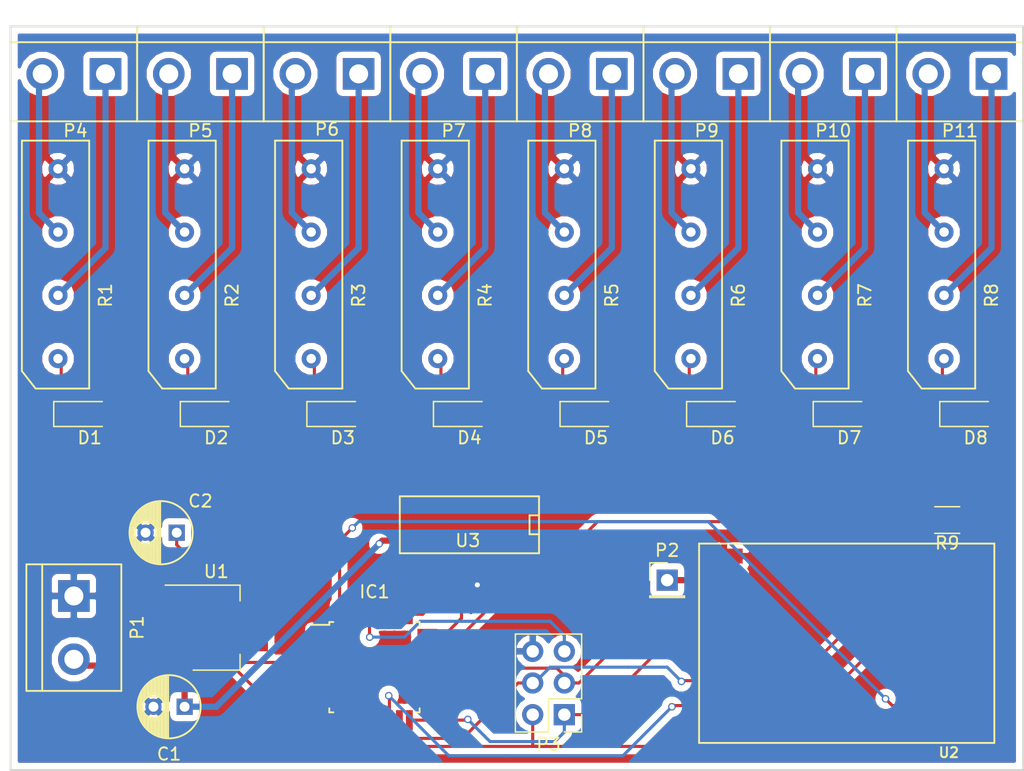
<source format=kicad_pcb>
(kicad_pcb (version 20170123) (host pcbnew no-vcs-found-7560~57~ubuntu16.04.1)
  (layers (0 F.Cu signal) (31 B.Cu signal) (34 B.Paste user) (35 F.Paste user) (36 B.SilkS user) (37 F.SilkS user) (38 B.Mask user) (39 F.Mask user) (44 Edge.Cuts user))
  (net 0 "")
  (net 1 "Net-(IC1-Pad1)")
  (net 2 "Net-(IC1-Pad2)")
  (net 3 GND)
  (net 4 /3V3)
  (net 5 "Net-(IC1-Pad7)")
  (net 6 "Net-(IC1-Pad8)")
  (net 7 "Net-(IC1-Pad9)")
  (net 8 "Net-(IC1-Pad10)")
  (net 9 "Net-(IC1-Pad11)")
  (net 10 "Net-(IC1-Pad12)")
  (net 11 "Net-(IC1-Pad13)")
  (net 12 /CS)
  (net 13 /MOSI)
  (net 14 /MISO)
  (net 15 /SCK)
  (net 16 "Net-(IC1-Pad18)")
  (net 17 "Net-(IC1-Pad19)")
  (net 18 "Net-(IC1-Pad20)")
  (net 19 "Net-(IC1-Pad22)")
  (net 20 /SRCLK)
  (net 21 /RCLK)
  (net 22 /SER)
  (net 23 "Net-(IC1-Pad26)")
  (net 24 "Net-(IC1-Pad27)")
  (net 25 "Net-(IC1-Pad28)")
  (net 26 /RESET)
  (net 27 "Net-(IC1-Pad30)")
  (net 28 "Net-(IC1-Pad31)")
  (net 29 /IRQ)
  (net 30 VCC)
  (net 31 "Net-(P2-Pad1)")
  (net 32 "Net-(P4-Pad1)")
  (net 33 "Net-(P4-Pad2)")
  (net 34 "Net-(P5-Pad1)")
  (net 35 "Net-(P5-Pad2)")
  (net 36 "Net-(P6-Pad1)")
  (net 37 "Net-(P6-Pad2)")
  (net 38 "Net-(P7-Pad1)")
  (net 39 "Net-(P7-Pad2)")
  (net 40 "Net-(P8-Pad1)")
  (net 41 "Net-(P8-Pad2)")
  (net 42 "Net-(P9-Pad1)")
  (net 43 "Net-(P9-Pad2)")
  (net 44 "Net-(P10-Pad1)")
  (net 45 "Net-(P10-Pad2)")
  (net 46 "Net-(P11-Pad1)")
  (net 47 "Net-(P11-Pad2)")
  (net 48 /S0)
  (net 49 /S1)
  (net 50 /S2)
  (net 51 /S3)
  (net 52 /S4)
  (net 53 /S5)
  (net 54 /S6)
  (net 55 /S7)
  (net 56 "Net-(U2-Pad1)")
  (net 57 "Net-(U2-Pad3)")
  (net 58 "Net-(U2-Pad4)")
  (net 59 "Net-(U2-Pad5)")
  (net 60 "Net-(U2-Pad6)")
  (net 61 "Net-(U2-Pad7)")
  (net 62 "Net-(U2-Pad16)")
  (net 63 "Net-(U3-Pad9)")
  (module Housings_QFP:TQFP-32_7x7mm_Pitch0.8mm (layer F.Cu) (at 167.64 117.475)
    (fp_text reference IC1 (at 0 -6.05) (layer F.SilkS))
    (fp_text value ATMEGA328-A)
    (pad 1 smd rect (at -4.25 -2.8) (size 1.6 0.55) (layers F.Cu F.Paste F.Mask) (net 1 "Net-(IC1-Pad1)"))
    (pad 2 smd rect (at -4.25 -2) (size 1.6 0.55) (layers F.Cu F.Paste F.Mask) (net 2 "Net-(IC1-Pad2)"))
    (pad 3 smd rect (at -4.25 -1.2) (size 1.6 0.55) (layers F.Cu F.Paste F.Mask) (net 3 GND))
    (pad 4 smd rect (at -4.25 -0.4) (size 1.6 0.55) (layers F.Cu F.Paste F.Mask) (net 4 /3V3))
    (pad 5 smd rect (at -4.25 0.4) (size 1.6 0.55) (layers F.Cu F.Paste F.Mask) (net 3 GND))
    (pad 6 smd rect (at -4.25 1.2) (size 1.6 0.55) (layers F.Cu F.Paste F.Mask) (net 4 /3V3))
    (pad 7 smd rect (at -4.25 2) (size 1.6 0.55) (layers F.Cu F.Paste F.Mask) (net 5 "Net-(IC1-Pad7)"))
    (pad 8 smd rect (at -4.25 2.8) (size 1.6 0.55) (layers F.Cu F.Paste F.Mask) (net 6 "Net-(IC1-Pad8)"))
    (pad 9 smd rect (at -2.8 4.25 90) (size 1.6 0.55) (layers F.Cu F.Paste F.Mask) (net 7 "Net-(IC1-Pad9)"))
    (pad 10 smd rect (at -2 4.25 90) (size 1.6 0.55) (layers F.Cu F.Paste F.Mask) (net 8 "Net-(IC1-Pad10)"))
    (pad 11 smd rect (at -1.2 4.25 90) (size 1.6 0.55) (layers F.Cu F.Paste F.Mask) (net 9 "Net-(IC1-Pad11)"))
    (pad 12 smd rect (at -0.4 4.25 90) (size 1.6 0.55) (layers F.Cu F.Paste F.Mask) (net 10 "Net-(IC1-Pad12)"))
    (pad 13 smd rect (at 0.4 4.25 90) (size 1.6 0.55) (layers F.Cu F.Paste F.Mask) (net 11 "Net-(IC1-Pad13)"))
    (pad 14 smd rect (at 1.2 4.25 90) (size 1.6 0.55) (layers F.Cu F.Paste F.Mask) (net 12 /CS))
    (pad 15 smd rect (at 2 4.25 90) (size 1.6 0.55) (layers F.Cu F.Paste F.Mask) (net 13 /MOSI))
    (pad 16 smd rect (at 2.8 4.25 90) (size 1.6 0.55) (layers F.Cu F.Paste F.Mask) (net 14 /MISO))
    (pad 17 smd rect (at 4.25 2.8) (size 1.6 0.55) (layers F.Cu F.Paste F.Mask) (net 15 /SCK))
    (pad 18 smd rect (at 4.25 2) (size 1.6 0.55) (layers F.Cu F.Paste F.Mask) (net 16 "Net-(IC1-Pad18)"))
    (pad 19 smd rect (at 4.25 1.2) (size 1.6 0.55) (layers F.Cu F.Paste F.Mask) (net 17 "Net-(IC1-Pad19)"))
    (pad 20 smd rect (at 4.25 0.4) (size 1.6 0.55) (layers F.Cu F.Paste F.Mask) (net 18 "Net-(IC1-Pad20)"))
    (pad 21 smd rect (at 4.25 -0.4) (size 1.6 0.55) (layers F.Cu F.Paste F.Mask) (net 3 GND))
    (pad 22 smd rect (at 4.25 -1.2) (size 1.6 0.55) (layers F.Cu F.Paste F.Mask) (net 19 "Net-(IC1-Pad22)"))
    (pad 23 smd rect (at 4.25 -2) (size 1.6 0.55) (layers F.Cu F.Paste F.Mask) (net 22 /SER))
    (pad 24 smd rect (at 4.25 -2.8) (size 1.6 0.55) (layers F.Cu F.Paste F.Mask) (net 21 /RCLK))
    (pad 25 smd rect (at 2.8 -4.25 90) (size 1.6 0.55) (layers F.Cu F.Paste F.Mask) (net 20 /SRCLK))
    (pad 26 smd rect (at 2 -4.25 90) (size 1.6 0.55) (layers F.Cu F.Paste F.Mask) (net 23 "Net-(IC1-Pad26)"))
    (pad 27 smd rect (at 1.2 -4.25 90) (size 1.6 0.55) (layers F.Cu F.Paste F.Mask) (net 24 "Net-(IC1-Pad27)"))
    (pad 28 smd rect (at 0.4 -4.25 90) (size 1.6 0.55) (layers F.Cu F.Paste F.Mask) (net 25 "Net-(IC1-Pad28)"))
    (pad 29 smd rect (at -0.4 -4.25 90) (size 1.6 0.55) (layers F.Cu F.Paste F.Mask) (net 26 /RESET))
    (pad 30 smd rect (at -1.2 -4.25 90) (size 1.6 0.55) (layers F.Cu F.Paste F.Mask) (net 27 "Net-(IC1-Pad30)"))
    (pad 31 smd rect (at -2 -4.25 90) (size 1.6 0.55) (layers F.Cu F.Paste F.Mask) (net 28 "Net-(IC1-Pad31)"))
    (pad 32 smd rect (at -2.8 -4.25 90) (size 1.6 0.55) (layers F.Cu F.Paste F.Mask) (net 29 /IRQ))
  )
  (module Connectors:bornier2 (layer F.Cu) (at 143.51 114.3 270)
    (fp_text reference P1 (at 0 -5.08 270) (layer F.SilkS))
    (fp_text value 5VIN)
    (pad 1 thru_hole rect (at -2.54 0 270) (size 2.54 2.54) (drill 1.524) (layers *.Cu *.Mask) (net 3 GND))
    (pad 2 thru_hole circle (at 2.54 0 270) (size 2.54 2.54) (drill 1.524) (layers *.Cu *.Mask) (net 30 VCC))
  )
  (module Pin_Headers:Pin_Header_Straight_1x01_Pitch2.54mm (layer F.Cu) (at 191.135 110.49)
    (fp_text reference P2 (at 0 -2.39) (layer F.SilkS))
    (fp_text value ANT)
    (pad 1 thru_hole rect (at 0 0) (size 1.7 1.7) (drill 1) (layers *.Cu *.Mask) (net 31 "Net-(P2-Pad1)"))
  )
  (module Pin_Headers:Pin_Header_Straight_2x03_Pitch2.54mm (layer F.Cu) (at 182.88 121.285 180)
    (fp_text reference P3 (at 1.27 -2.39 180) (layer F.SilkS))
    (fp_text value CONN_02X03)
    (pad 1 thru_hole rect (at 0 0 180) (size 1.7 1.7) (drill 1) (layers *.Cu *.Mask) (net 14 /MISO))
    (pad 2 thru_hole oval (at 2.54 0 180) (size 1.7 1.7) (drill 1) (layers *.Cu *.Mask) (net 4 /3V3))
    (pad 3 thru_hole oval (at 0 2.54 180) (size 1.7 1.7) (drill 1) (layers *.Cu *.Mask) (net 15 /SCK))
    (pad 4 thru_hole oval (at 2.54 2.54 180) (size 1.7 1.7) (drill 1) (layers *.Cu *.Mask) (net 13 /MOSI))
    (pad 5 thru_hole oval (at 0 5.08 180) (size 1.7 1.7) (drill 1) (layers *.Cu *.Mask) (net 26 /RESET))
    (pad 6 thru_hole oval (at 2.54 5.08 180) (size 1.7 1.7) (drill 1) (layers *.Cu *.Mask) (net 3 GND))
  )
  (module Connectors:bornier2 (layer F.Cu) (at 143.51 69.85 180)
    (fp_text reference P4 (at -0.127 -4.572 180) (layer F.SilkS))
    (fp_text value CONN_01X02)
    (pad 1 thru_hole rect (at -2.54 0 180) (size 2.54 2.54) (drill 1.524) (layers *.Cu *.Mask) (net 32 "Net-(P4-Pad1)"))
    (pad 2 thru_hole circle (at 2.54 0 180) (size 2.54 2.54) (drill 1.524) (layers *.Cu *.Mask) (net 33 "Net-(P4-Pad2)"))
  )
  (module Connectors:bornier2 (layer F.Cu) (at 153.67 69.85 180)
    (fp_text reference P5 (at 0 -4.572 180) (layer F.SilkS))
    (fp_text value CONN_01X02)
    (pad 1 thru_hole rect (at -2.54 0 180) (size 2.54 2.54) (drill 1.524) (layers *.Cu *.Mask) (net 34 "Net-(P5-Pad1)"))
    (pad 2 thru_hole circle (at 2.54 0 180) (size 2.54 2.54) (drill 1.524) (layers *.Cu *.Mask) (net 35 "Net-(P5-Pad2)"))
  )
  (module Connectors:bornier2 (layer F.Cu) (at 163.83 69.85 180)
    (fp_text reference P6 (at 0 -4.445 180) (layer F.SilkS))
    (fp_text value CONN_01X02)
    (pad 1 thru_hole rect (at -2.54 0 180) (size 2.54 2.54) (drill 1.524) (layers *.Cu *.Mask) (net 36 "Net-(P6-Pad1)"))
    (pad 2 thru_hole circle (at 2.54 0 180) (size 2.54 2.54) (drill 1.524) (layers *.Cu *.Mask) (net 37 "Net-(P6-Pad2)"))
  )
  (module Connectors:bornier2 (layer F.Cu) (at 173.99 69.85 180)
    (fp_text reference P7 (at 0 -4.572 180) (layer F.SilkS))
    (fp_text value CONN_01X02)
    (pad 1 thru_hole rect (at -2.54 0 180) (size 2.54 2.54) (drill 1.524) (layers *.Cu *.Mask) (net 38 "Net-(P7-Pad1)"))
    (pad 2 thru_hole circle (at 2.54 0 180) (size 2.54 2.54) (drill 1.524) (layers *.Cu *.Mask) (net 39 "Net-(P7-Pad2)"))
  )
  (module Connectors:bornier2 (layer F.Cu) (at 184.15 69.85 180)
    (fp_text reference P8 (at 0 -4.572 180) (layer F.SilkS))
    (fp_text value CONN_01X02)
    (pad 1 thru_hole rect (at -2.54 0 180) (size 2.54 2.54) (drill 1.524) (layers *.Cu *.Mask) (net 40 "Net-(P8-Pad1)"))
    (pad 2 thru_hole circle (at 2.54 0 180) (size 2.54 2.54) (drill 1.524) (layers *.Cu *.Mask) (net 41 "Net-(P8-Pad2)"))
  )
  (module Connectors:bornier2 (layer F.Cu) (at 194.31 69.85 180)
    (fp_text reference P9 (at 0 -4.572 180) (layer F.SilkS))
    (fp_text value CONN_01X02)
    (pad 1 thru_hole rect (at -2.54 0 180) (size 2.54 2.54) (drill 1.524) (layers *.Cu *.Mask) (net 42 "Net-(P9-Pad1)"))
    (pad 2 thru_hole circle (at 2.54 0 180) (size 2.54 2.54) (drill 1.524) (layers *.Cu *.Mask) (net 43 "Net-(P9-Pad2)"))
  )
  (module Connectors:bornier2 (layer F.Cu) (at 204.47 69.85 180)
    (fp_text reference P10 (at 0 -4.572 180) (layer F.SilkS))
    (fp_text value CONN_01X02)
    (pad 1 thru_hole rect (at -2.54 0 180) (size 2.54 2.54) (drill 1.524) (layers *.Cu *.Mask) (net 44 "Net-(P10-Pad1)"))
    (pad 2 thru_hole circle (at 2.54 0 180) (size 2.54 2.54) (drill 1.524) (layers *.Cu *.Mask) (net 45 "Net-(P10-Pad2)"))
  )
  (module Connectors:bornier2 (layer F.Cu) (at 214.63 69.85 180)
    (fp_text reference P11 (at 0 -4.572 180) (layer F.SilkS))
    (fp_text value CONN_01X02)
    (pad 1 thru_hole rect (at -2.54 0 180) (size 2.54 2.54) (drill 1.524) (layers *.Cu *.Mask) (net 46 "Net-(P11-Pad1)"))
    (pad 2 thru_hole circle (at 2.54 0 180) (size 2.54 2.54) (drill 1.524) (layers *.Cu *.Mask) (net 47 "Net-(P11-Pad2)"))
  )
  (module MyLibrary:SIP4_5.08 (layer F.Cu) (at 142.24 92.71 90)
    (fp_text reference R1 (at 5.08 3.81 90) (layer F.SilkS))
    (fp_text value RELAY_SIP-1A05)
    (pad 1 thru_hole circle (at 0 0 90) (size 1.524 1.524) (drill 0.762) (layers *.Cu *.Mask) (net 48 /S0))
    (pad 2 thru_hole circle (at 5.08 0 90) (size 1.524 1.524) (drill 0.762) (layers *.Cu *.Mask) (net 32 "Net-(P4-Pad1)"))
    (pad 3 thru_hole circle (at 10.16 0 90) (size 1.524 1.524) (drill 0.762) (layers *.Cu *.Mask) (net 33 "Net-(P4-Pad2)"))
    (pad 4 thru_hole circle (at 15.24 0 90) (size 1.524 1.524) (drill 0.762) (layers *.Cu *.Mask) (net 3 GND))
  )
  (module MyLibrary:SIP4_5.08 (layer F.Cu) (at 152.4 92.71 90)
    (fp_text reference R2 (at 5.08 3.81 90) (layer F.SilkS))
    (fp_text value RELAY_SIP-1A05)
    (pad 1 thru_hole circle (at 0 0 90) (size 1.524 1.524) (drill 0.762) (layers *.Cu *.Mask) (net 49 /S1))
    (pad 2 thru_hole circle (at 5.08 0 90) (size 1.524 1.524) (drill 0.762) (layers *.Cu *.Mask) (net 34 "Net-(P5-Pad1)"))
    (pad 3 thru_hole circle (at 10.16 0 90) (size 1.524 1.524) (drill 0.762) (layers *.Cu *.Mask) (net 35 "Net-(P5-Pad2)"))
    (pad 4 thru_hole circle (at 15.24 0 90) (size 1.524 1.524) (drill 0.762) (layers *.Cu *.Mask) (net 3 GND))
  )
  (module MyLibrary:SIP4_5.08 (layer F.Cu) (at 162.56 92.71 90)
    (fp_text reference R3 (at 5.08 3.81 90) (layer F.SilkS))
    (fp_text value RELAY_SIP-1A05)
    (pad 1 thru_hole circle (at 0 0 90) (size 1.524 1.524) (drill 0.762) (layers *.Cu *.Mask) (net 50 /S2))
    (pad 2 thru_hole circle (at 5.08 0 90) (size 1.524 1.524) (drill 0.762) (layers *.Cu *.Mask) (net 36 "Net-(P6-Pad1)"))
    (pad 3 thru_hole circle (at 10.16 0 90) (size 1.524 1.524) (drill 0.762) (layers *.Cu *.Mask) (net 37 "Net-(P6-Pad2)"))
    (pad 4 thru_hole circle (at 15.24 0 90) (size 1.524 1.524) (drill 0.762) (layers *.Cu *.Mask) (net 3 GND))
  )
  (module MyLibrary:SIP4_5.08 (layer F.Cu) (at 172.72 92.71 90)
    (fp_text reference R4 (at 5.08 3.81 90) (layer F.SilkS))
    (fp_text value RELAY_SIP-1A05)
    (pad 1 thru_hole circle (at 0 0 90) (size 1.524 1.524) (drill 0.762) (layers *.Cu *.Mask) (net 51 /S3))
    (pad 2 thru_hole circle (at 5.08 0 90) (size 1.524 1.524) (drill 0.762) (layers *.Cu *.Mask) (net 38 "Net-(P7-Pad1)"))
    (pad 3 thru_hole circle (at 10.16 0 90) (size 1.524 1.524) (drill 0.762) (layers *.Cu *.Mask) (net 39 "Net-(P7-Pad2)"))
    (pad 4 thru_hole circle (at 15.24 0 90) (size 1.524 1.524) (drill 0.762) (layers *.Cu *.Mask) (net 3 GND))
  )
  (module MyLibrary:SIP4_5.08 (layer F.Cu) (at 182.88 92.71 90)
    (fp_text reference R5 (at 5.08 3.81 90) (layer F.SilkS))
    (fp_text value RELAY_SIP-1A05)
    (pad 1 thru_hole circle (at 0 0 90) (size 1.524 1.524) (drill 0.762) (layers *.Cu *.Mask) (net 52 /S4))
    (pad 2 thru_hole circle (at 5.08 0 90) (size 1.524 1.524) (drill 0.762) (layers *.Cu *.Mask) (net 40 "Net-(P8-Pad1)"))
    (pad 3 thru_hole circle (at 10.16 0 90) (size 1.524 1.524) (drill 0.762) (layers *.Cu *.Mask) (net 41 "Net-(P8-Pad2)"))
    (pad 4 thru_hole circle (at 15.24 0 90) (size 1.524 1.524) (drill 0.762) (layers *.Cu *.Mask) (net 3 GND))
  )
  (module MyLibrary:SIP4_5.08 (layer F.Cu) (at 193.04 92.71 90)
    (fp_text reference R6 (at 5.08 3.81 90) (layer F.SilkS))
    (fp_text value RELAY_SIP-1A05)
    (pad 1 thru_hole circle (at 0 0 90) (size 1.524 1.524) (drill 0.762) (layers *.Cu *.Mask) (net 53 /S5))
    (pad 2 thru_hole circle (at 5.08 0 90) (size 1.524 1.524) (drill 0.762) (layers *.Cu *.Mask) (net 42 "Net-(P9-Pad1)"))
    (pad 3 thru_hole circle (at 10.16 0 90) (size 1.524 1.524) (drill 0.762) (layers *.Cu *.Mask) (net 43 "Net-(P9-Pad2)"))
    (pad 4 thru_hole circle (at 15.24 0 90) (size 1.524 1.524) (drill 0.762) (layers *.Cu *.Mask) (net 3 GND))
  )
  (module MyLibrary:SIP4_5.08 (layer F.Cu) (at 203.2 92.71 90)
    (fp_text reference R7 (at 5.08 3.81 90) (layer F.SilkS))
    (fp_text value RELAY_SIP-1A05)
    (pad 1 thru_hole circle (at 0 0 90) (size 1.524 1.524) (drill 0.762) (layers *.Cu *.Mask) (net 54 /S6))
    (pad 2 thru_hole circle (at 5.08 0 90) (size 1.524 1.524) (drill 0.762) (layers *.Cu *.Mask) (net 44 "Net-(P10-Pad1)"))
    (pad 3 thru_hole circle (at 10.16 0 90) (size 1.524 1.524) (drill 0.762) (layers *.Cu *.Mask) (net 45 "Net-(P10-Pad2)"))
    (pad 4 thru_hole circle (at 15.24 0 90) (size 1.524 1.524) (drill 0.762) (layers *.Cu *.Mask) (net 3 GND))
  )
  (module MyLibrary:SIP4_5.08 (layer F.Cu) (at 213.36 92.71 90)
    (fp_text reference R8 (at 5.08 3.81 90) (layer F.SilkS))
    (fp_text value RELAY_SIP-1A05)
    (pad 1 thru_hole circle (at 0 0 90) (size 1.524 1.524) (drill 0.762) (layers *.Cu *.Mask) (net 55 /S7))
    (pad 2 thru_hole circle (at 5.08 0 90) (size 1.524 1.524) (drill 0.762) (layers *.Cu *.Mask) (net 46 "Net-(P11-Pad1)"))
    (pad 3 thru_hole circle (at 10.16 0 90) (size 1.524 1.524) (drill 0.762) (layers *.Cu *.Mask) (net 47 "Net-(P11-Pad2)"))
    (pad 4 thru_hole circle (at 15.24 0 90) (size 1.524 1.524) (drill 0.762) (layers *.Cu *.Mask) (net 3 GND))
  )
  (module TO_SOT_Packages_SMD:SOT-223 (layer F.Cu) (at 154.94 114.3)
    (fp_text reference U1 (at 0 -4.5) (layer F.SilkS))
    (fp_text value AMS1117)
    (pad 4 smd rect (at 3.15 0) (size 2 3.8) (layers F.Cu F.Paste F.Mask))
    (pad 2 smd rect (at -3.15 0) (size 2 1.5) (layers F.Cu F.Paste F.Mask) (net 4 /3V3))
    (pad 3 smd rect (at -3.15 2.3) (size 2 1.5) (layers F.Cu F.Paste F.Mask) (net 30 VCC))
    (pad 1 smd rect (at -3.15 -2.3) (size 2 1.5) (layers F.Cu F.Paste F.Mask) (net 3 GND))
  )
  (module Mysensors_Radio:RFM69HW_SMD_Handsoldering (layer F.Cu) (at 213.995 122.555 180)
    (fp_text reference U2 (at 0.254 -1.778 180) (layer F.SilkS) (effects (font (size 0.8 0.8) (thickness 0.16))))
    (fp_text value RFM69HW hide)
    (pad 1 smd rect (at -1.4 0 180) (size 3 1.2) (layers F.Cu F.Paste F.Mask) (net 56 "Net-(U2-Pad1)"))
    (pad 2 smd rect (at -1.4 2 180) (size 3 1.2) (layers F.Cu F.Paste F.Mask) (net 29 /IRQ))
    (pad 3 smd rect (at -1.4 4 180) (size 3 1.2) (layers F.Cu F.Paste F.Mask) (net 57 "Net-(U2-Pad3)"))
    (pad 4 smd rect (at -1.4 6 180) (size 3 1.2) (layers F.Cu F.Paste F.Mask) (net 58 "Net-(U2-Pad4)"))
    (pad 5 smd rect (at -1.4 8 180) (size 3 1.2) (layers F.Cu F.Paste F.Mask) (net 59 "Net-(U2-Pad5)"))
    (pad 6 smd rect (at -1.4 10 180) (size 3 1.2) (layers F.Cu F.Paste F.Mask) (net 60 "Net-(U2-Pad6)"))
    (pad 7 smd rect (at -1.4 12 180) (size 3 1.2) (layers F.Cu F.Paste F.Mask) (net 61 "Net-(U2-Pad7)"))
    (pad 8 smd rect (at -1.4 14 180) (size 3 1.2) (layers F.Cu F.Paste F.Mask) (net 4 /3V3))
    (pad 9 smd rect (at 18.3 14 180) (size 3 1.2) (layers F.Cu F.Paste F.Mask) (net 3 GND))
    (pad 10 smd rect (at 18.3 12 180) (size 3 1.2) (layers F.Cu F.Paste F.Mask) (net 31 "Net-(P2-Pad1)"))
    (pad 11 smd rect (at 18.3 10 180) (size 3 1.2) (layers F.Cu F.Paste F.Mask) (net 3 GND))
    (pad 12 smd rect (at 18.3 8 180) (size 3 1.2) (layers F.Cu F.Paste F.Mask) (net 15 /SCK))
    (pad 13 smd rect (at 18.3 6 180) (size 3 1.2) (layers F.Cu F.Paste F.Mask) (net 14 /MISO))
    (pad 14 smd rect (at 18.3 4 180) (size 3 1.2) (layers F.Cu F.Paste F.Mask) (net 13 /MOSI))
    (pad 15 smd rect (at 18.3 2 180) (size 3 1.2) (layers F.Cu F.Paste F.Mask) (net 12 /CS))
    (pad 16 smd rect (at 18.3 0 180) (size 3 1.2) (layers F.Cu F.Paste F.Mask) (net 62 "Net-(U2-Pad16)"))
  )
  (module SMD_Packages:SO-16-N (layer F.Cu) (at 175.26 106.045 180)
    (fp_text reference U3 (at 0.127 -1.27 180) (layer F.SilkS))
    (fp_text value 74HC595)
    (pad 16 smd rect (at -4.445 -3.175 180) (size 0.508 1.143) (layers F.Cu F.Paste F.Mask) (net 30 VCC))
    (pad 14 smd rect (at -1.905 -3.175 180) (size 0.508 1.143) (layers F.Cu F.Paste F.Mask) (net 22 /SER))
    (pad 13 smd rect (at -0.635 -3.175 180) (size 0.508 1.143) (layers F.Cu F.Paste F.Mask) (net 3 GND))
    (pad 12 smd rect (at 0.635 -3.175 180) (size 0.508 1.143) (layers F.Cu F.Paste F.Mask) (net 21 /RCLK))
    (pad 11 smd rect (at 1.905 -3.175 180) (size 0.508 1.143) (layers F.Cu F.Paste F.Mask) (net 20 /SRCLK))
    (pad 10 smd rect (at 3.175 -3.175 180) (size 0.508 1.143) (layers F.Cu F.Paste F.Mask) (net 30 VCC))
    (pad 9 smd rect (at 4.445 -3.175 180) (size 0.508 1.143) (layers F.Cu F.Paste F.Mask) (net 63 "Net-(U3-Pad9)"))
    (pad 8 smd rect (at 4.445 3.175 180) (size 0.508 1.143) (layers F.Cu F.Paste F.Mask) (net 3 GND))
    (pad 7 smd rect (at 3.175 3.175 180) (size 0.508 1.143) (layers F.Cu F.Paste F.Mask) (net 48 /S0))
    (pad 6 smd rect (at 1.905 3.175 180) (size 0.508 1.143) (layers F.Cu F.Paste F.Mask) (net 49 /S1))
    (pad 5 smd rect (at 0.635 3.175 180) (size 0.508 1.143) (layers F.Cu F.Paste F.Mask) (net 50 /S2))
    (pad 4 smd rect (at -0.635 3.175 180) (size 0.508 1.143) (layers F.Cu F.Paste F.Mask) (net 51 /S3))
    (pad 3 smd rect (at -1.905 3.175 180) (size 0.508 1.143) (layers F.Cu F.Paste F.Mask) (net 52 /S4))
    (pad 2 smd rect (at -3.175 3.175 180) (size 0.508 1.143) (layers F.Cu F.Paste F.Mask) (net 53 /S5))
    (pad 1 smd rect (at -4.445 3.175 180) (size 0.508 1.143) (layers F.Cu F.Paste F.Mask) (net 54 /S6))
    (pad 15 smd rect (at -3.175 -3.175 180) (size 0.508 1.143) (layers F.Cu F.Paste F.Mask) (net 55 /S7))
  )
  (module Capacitors_THT:C_Radial_D5_L6_P2.5 (layer F.Cu) (at 152.4 120.65 180)
    (fp_text reference C1 (at 1.25 -3.8 180) (layer F.SilkS))
    (fp_text value 10uF)
    (pad 1 thru_hole rect (at 0 0 180) (size 1.3 1.3) (drill 0.8) (layers *.Cu *.Mask) (net 30 VCC))
    (pad 2 thru_hole circle (at 2.5 0 180) (size 1.3 1.3) (drill 0.8) (layers *.Cu *.Mask) (net 3 GND))
  )
  (module Capacitors_THT:C_Radial_D5_L6_P2.5 (layer F.Cu) (at 151.765 106.68 180)
    (fp_text reference C2 (at -1.905 2.54 180) (layer F.SilkS))
    (fp_text value 10uF)
    (pad 1 thru_hole rect (at 0 0 180) (size 1.3 1.3) (drill 0.8) (layers *.Cu *.Mask) (net 4 /3V3))
    (pad 2 thru_hole circle (at 2.5 0 180) (size 1.3 1.3) (drill 0.8) (layers *.Cu *.Mask) (net 3 GND))
  )
  (module Diodes_SMD:SOD-123 (layer F.Cu) (at 144.145 97.155)
    (fp_text reference D1 (at 0.635 1.905) (layer F.SilkS))
    (fp_text value D)
    (pad 1 smd rect (at -1.65 0) (size 0.9 1.2) (layers F.Cu F.Paste F.Mask) (net 48 /S0))
    (pad 2 smd rect (at 1.65 0) (size 0.9 1.2) (layers F.Cu F.Paste F.Mask) (net 3 GND))
  )
  (module Diodes_SMD:SOD-123 (layer F.Cu) (at 154.305 97.155)
    (fp_text reference D2 (at 0.635 1.905) (layer F.SilkS))
    (fp_text value D)
    (pad 1 smd rect (at -1.65 0) (size 0.9 1.2) (layers F.Cu F.Paste F.Mask) (net 49 /S1))
    (pad 2 smd rect (at 1.65 0) (size 0.9 1.2) (layers F.Cu F.Paste F.Mask) (net 3 GND))
  )
  (module Diodes_SMD:SOD-123 (layer F.Cu) (at 164.465 97.155)
    (fp_text reference D3 (at 0.635 1.905) (layer F.SilkS))
    (fp_text value D)
    (pad 1 smd rect (at -1.65 0) (size 0.9 1.2) (layers F.Cu F.Paste F.Mask) (net 50 /S2))
    (pad 2 smd rect (at 1.65 0) (size 0.9 1.2) (layers F.Cu F.Paste F.Mask) (net 3 GND))
  )
  (module Diodes_SMD:SOD-123 (layer F.Cu) (at 174.625 97.155)
    (fp_text reference D4 (at 0.635 1.905) (layer F.SilkS))
    (fp_text value D)
    (pad 1 smd rect (at -1.65 0) (size 0.9 1.2) (layers F.Cu F.Paste F.Mask) (net 51 /S3))
    (pad 2 smd rect (at 1.65 0) (size 0.9 1.2) (layers F.Cu F.Paste F.Mask) (net 3 GND))
  )
  (module Diodes_SMD:SOD-123 (layer F.Cu) (at 184.785 97.155)
    (fp_text reference D5 (at 0.635 1.905) (layer F.SilkS))
    (fp_text value D)
    (pad 1 smd rect (at -1.65 0) (size 0.9 1.2) (layers F.Cu F.Paste F.Mask) (net 52 /S4))
    (pad 2 smd rect (at 1.65 0) (size 0.9 1.2) (layers F.Cu F.Paste F.Mask) (net 3 GND))
  )
  (module Diodes_SMD:SOD-123 (layer F.Cu) (at 194.945 97.155)
    (fp_text reference D6 (at 0.635 1.905) (layer F.SilkS))
    (fp_text value D)
    (pad 1 smd rect (at -1.65 0) (size 0.9 1.2) (layers F.Cu F.Paste F.Mask) (net 53 /S5))
    (pad 2 smd rect (at 1.65 0) (size 0.9 1.2) (layers F.Cu F.Paste F.Mask) (net 3 GND))
  )
  (module Diodes_SMD:SOD-123 (layer F.Cu) (at 205.105 97.155)
    (fp_text reference D7 (at 0.635 1.905) (layer F.SilkS))
    (fp_text value D)
    (pad 1 smd rect (at -1.65 0) (size 0.9 1.2) (layers F.Cu F.Paste F.Mask) (net 54 /S6))
    (pad 2 smd rect (at 1.65 0) (size 0.9 1.2) (layers F.Cu F.Paste F.Mask) (net 3 GND))
  )
  (module Diodes_SMD:SOD-123 (layer F.Cu) (at 215.265 97.155)
    (fp_text reference D8 (at 0.635 1.905) (layer F.SilkS))
    (fp_text value D)
    (pad 1 smd rect (at -1.65 0) (size 0.9 1.2) (layers F.Cu F.Paste F.Mask) (net 55 /S7))
    (pad 2 smd rect (at 1.65 0) (size 0.9 1.2) (layers F.Cu F.Paste F.Mask) (net 3 GND))
  )
  (module Resistors_SMD:R_1206_HandSoldering (layer F.Cu) (at 213.614 105.664 180)
    (fp_text reference R9 (at 0 -1.85 180) (layer F.SilkS))
    (fp_text value 10k)
    (pad 2 smd rect (at 2 0 180) (size 2 1.7) (layers F.Cu F.Paste F.Mask) (net 12 /CS))
    (pad 1 smd rect (at -2 0 180) (size 2 1.7) (layers F.Cu F.Paste F.Mask) (net 4 /3V3))
  )
  (gr_line (start 138.43 125.73) (end 138.43 66.04) (angle 90) (layer Edge.Cuts) (width 0.15))
  (gr_line (start 219.71 125.73) (end 138.43 125.73) (angle 90) (layer Edge.Cuts) (width 0.15))
  (gr_line (start 219.71 66.04) (end 219.71 125.73) (angle 90) (layer Edge.Cuts) (width 0.15))
  (gr_line (start 138.43 66.04) (end 219.71 66.04) (angle 90) (layer Edge.Cuts) (width 0.15))
  (segment (start 175.895 109.22) (end 175.895 110.871) (width 0.25) (layer F.Cu) (net 3))
  (via (at 175.895 110.871) (size 0.6) (drill 0.4) (layers F.Cu B.Cu) (net 3))
  (segment (start 175.895 110.871) (end 171.577 106.553) (width 0.25) (layer B.Cu) (net 3))
  (segment (start 171.577 106.553) (end 167.259 106.553) (width 0.25) (layer B.Cu) (net 3))
  (segment (start 167.259 106.553) (end 165.1 108.712) (width 0.25) (layer B.Cu) (net 3))
  (segment (start 165.1 108.712) (end 151.297 108.712) (width 0.25) (layer B.Cu) (net 3))
  (segment (start 151.297 108.712) (end 149.265 106.68) (width 0.25) (layer B.Cu) (net 3))
  (segment (start 171.89 117.075) (end 174.39 117.075) (width 0.25) (layer F.Cu) (net 3))
  (segment (start 175.26 116.205) (end 180.34 116.205) (width 0.25) (layer F.Cu) (net 3))
  (segment (start 174.39 117.075) (end 175.26 116.205) (width 0.25) (layer F.Cu) (net 3))
  (segment (start 163.39 117.875) (end 166.605 117.875) (width 0.25) (layer F.Cu) (net 3))
  (segment (start 166.605 117.875) (end 167.405 117.075) (width 0.25) (layer F.Cu) (net 3))
  (segment (start 171.89 117.075) (end 167.405 117.075) (width 0.25) (layer F.Cu) (net 3))
  (segment (start 167.405 117.075) (end 167.24 117.075) (width 0.25) (layer F.Cu) (net 3))
  (segment (start 166.44 116.275) (end 163.39 116.275) (width 0.25) (layer F.Cu) (net 3))
  (segment (start 167.24 117.075) (end 166.44 116.275) (width 0.25) (layer F.Cu) (net 3))
  (segment (start 215.395 108.555) (end 215.395 105.883) (width 0.25) (layer F.Cu) (net 4))
  (segment (start 215.395 105.883) (end 215.614 105.664) (width 0.25) (layer F.Cu) (net 4))
  (segment (start 181.483 123.8351) (end 162.6971 123.8351) (width 0.25) (layer F.Cu) (net 4))
  (segment (start 162.6971 123.8351) (end 161.671 122.809) (width 0.25) (layer F.Cu) (net 4))
  (segment (start 163.39 118.675) (end 162.236 118.675) (width 0.25) (layer F.Cu) (net 4))
  (segment (start 162.236 118.675) (end 160.655 117.094) (width 0.25) (layer F.Cu) (net 4))
  (segment (start 151.79 114.3) (end 153.162 114.3) (width 0.25) (layer F.Cu) (net 4))
  (segment (start 153.162 114.3) (end 155.956 117.094) (width 0.25) (layer F.Cu) (net 4))
  (segment (start 155.956 117.094) (end 160.655 117.094) (width 0.25) (layer F.Cu) (net 4))
  (segment (start 160.655 117.094) (end 163.371 117.094) (width 0.25) (layer F.Cu) (net 4))
  (segment (start 163.371 117.094) (end 163.39 117.075) (width 0.25) (layer F.Cu) (net 4))
  (segment (start 153.162 114.3) (end 161.671 122.809) (width 0.25) (layer F.Cu) (net 4))
  (segment (start 180.34 121.285) (end 180.34 123.8351) (width 0.25) (layer F.Cu) (net 4))
  (segment (start 180.594 123.825) (end 180.594 123.8351) (width 0.25) (layer F.Cu) (net 4))
  (segment (start 180.34 123.8351) (end 180.3501 123.825) (width 0.25) (layer F.Cu) (net 4))
  (segment (start 180.3501 123.825) (end 180.594 123.825) (width 0.25) (layer F.Cu) (net 4))
  (segment (start 180.594 123.8351) (end 181.483 123.8351) (width 0.25) (layer F.Cu) (net 4))
  (segment (start 181.483 123.8351) (end 199.8879 123.8351) (width 0.25) (layer F.Cu) (net 4))
  (segment (start 215.395 108.555) (end 213.5697 108.555) (width 0.25) (layer F.Cu) (net 4))
  (segment (start 213.5697 108.555) (end 211.201 110.9237) (width 0.25) (layer F.Cu) (net 4))
  (segment (start 199.8879 123.8351) (end 211.201 112.522) (width 0.25) (layer F.Cu) (net 4))
  (segment (start 211.201 112.522) (end 211.201 110.9237) (width 0.25) (layer F.Cu) (net 4))
  (segment (start 151.765 106.68) (end 151.765 107.6553) (width 0.25) (layer F.Cu) (net 4))
  (segment (start 151.79 114.3) (end 153.0027 114.3) (width 0.25) (layer F.Cu) (net 4))
  (segment (start 153.0027 114.3) (end 153.1153 114.3) (width 0.25) (layer F.Cu) (net 4))
  (segment (start 153.1153 109.0056) (end 151.765 107.6553) (width 0.25) (layer F.Cu) (net 4))
  (segment (start 153.1153 114.3) (end 153.1153 109.0056) (width 0.25) (layer F.Cu) (net 4))
  (segment (start 195.695 120.555) (end 199.485 120.555) (width 0.25) (layer F.Cu) (net 12))
  (segment (start 209.423 107.855) (end 211.614 105.664) (width 0.25) (layer F.Cu) (net 12))
  (segment (start 209.423 110.617) (end 209.423 107.855) (width 0.25) (layer F.Cu) (net 12))
  (segment (start 199.485 120.555) (end 209.423 110.617) (width 0.25) (layer F.Cu) (net 12))
  (segment (start 168.84 121.725) (end 168.84 119.818) (width 0.25) (layer F.Cu) (net 12))
  (segment (start 173.609 124.587) (end 178.181 124.587) (width 0.25) (layer B.Cu) (net 12))
  (segment (start 168.783 119.761) (end 173.609 124.587) (width 0.25) (layer B.Cu) (net 12))
  (via (at 168.783 119.761) (size 0.6) (drill 0.4) (layers F.Cu B.Cu) (net 12))
  (segment (start 168.84 119.818) (end 168.783 119.761) (width 0.25) (layer F.Cu) (net 12))
  (segment (start 191.611 120.555) (end 195.695 120.555) (width 0.25) (layer F.Cu) (net 12))
  (segment (start 191.516 120.65) (end 191.611 120.555) (width 0.25) (layer F.Cu) (net 12))
  (via (at 191.516 120.65) (size 0.6) (drill 0.4) (layers F.Cu B.Cu) (net 12))
  (segment (start 187.579 124.587) (end 191.516 120.65) (width 0.25) (layer B.Cu) (net 12))
  (segment (start 178.181 124.587) (end 187.579 124.587) (width 0.25) (layer B.Cu) (net 12))
  (segment (start 169.64 121.725) (end 169.64 122.777) (width 0.25) (layer F.Cu) (net 13))
  (segment (start 174.7197 123.19) (end 175.0594 122.8503) (width 0.25) (layer F.Cu) (net 13))
  (segment (start 170.053 123.19) (end 174.7197 123.19) (width 0.25) (layer F.Cu) (net 13))
  (segment (start 169.64 122.777) (end 170.053 123.19) (width 0.25) (layer F.Cu) (net 13))
  (segment (start 195.695 118.555) (end 192.341 118.555) (width 0.25) (layer F.Cu) (net 13))
  (segment (start 191.135 117.475) (end 187.96 117.475) (width 0.25) (layer B.Cu) (net 13))
  (segment (start 192.278 118.618) (end 191.135 117.475) (width 0.25) (layer B.Cu) (net 13))
  (via (at 192.278 118.618) (size 0.6) (drill 0.4) (layers F.Cu B.Cu) (net 13))
  (segment (start 192.341 118.555) (end 192.278 118.618) (width 0.25) (layer F.Cu) (net 13))
  (segment (start 180.34 118.745) (end 180.467 118.745) (width 0.25) (layer B.Cu) (net 13))
  (segment (start 180.467 118.745) (end 181.737 117.475) (width 0.25) (layer B.Cu) (net 13))
  (segment (start 181.737 117.475) (end 187.96 117.475) (width 0.25) (layer B.Cu) (net 13))
  (segment (start 179.1647 118.745) (end 175.0594 122.8503) (width 0.25) (layer F.Cu) (net 13))
  (segment (start 180.34 118.745) (end 179.1647 118.745) (width 0.25) (layer F.Cu) (net 13))
  (segment (start 182.88 121.285) (end 185.293 121.285) (width 0.25) (layer F.Cu) (net 14))
  (segment (start 190.023 116.555) (end 195.695 116.555) (width 0.25) (layer F.Cu) (net 14))
  (segment (start 185.293 121.285) (end 190.023 116.555) (width 0.25) (layer F.Cu) (net 14))
  (segment (start 176.911 123.444) (end 182.118 123.444) (width 0.25) (layer B.Cu) (net 14))
  (segment (start 182.88 122.682) (end 182.88 121.285) (width 0.25) (layer B.Cu) (net 14))
  (segment (start 182.118 123.444) (end 182.88 122.682) (width 0.25) (layer B.Cu) (net 14))
  (segment (start 170.44 121.725) (end 175.074 121.725) (width 0.25) (layer F.Cu) (net 14))
  (segment (start 175.133 121.666) (end 176.911 123.444) (width 0.25) (layer B.Cu) (net 14))
  (via (at 175.133 121.666) (size 0.6) (drill 0.4) (layers F.Cu B.Cu) (net 14))
  (segment (start 175.074 121.725) (end 175.133 121.666) (width 0.25) (layer F.Cu) (net 14))
  (segment (start 188.2453 114.555) (end 184.0553 118.745) (width 0.25) (layer F.Cu) (net 15))
  (segment (start 195.695 114.555) (end 188.2453 114.555) (width 0.25) (layer F.Cu) (net 15))
  (segment (start 182.88 118.745) (end 183.4677 118.745) (width 0.25) (layer F.Cu) (net 15))
  (segment (start 183.4677 118.745) (end 184.0553 118.745) (width 0.25) (layer F.Cu) (net 15))
  (segment (start 175.7359 117.5544) (end 173.0153 120.275) (width 0.25) (layer F.Cu) (net 15))
  (segment (start 182.2771 117.5544) (end 175.7359 117.5544) (width 0.25) (layer F.Cu) (net 15))
  (segment (start 183.4677 118.745) (end 182.2771 117.5544) (width 0.25) (layer F.Cu) (net 15))
  (segment (start 171.89 120.275) (end 173.0153 120.275) (width 0.25) (layer F.Cu) (net 15))
  (segment (start 171.45 113.225) (end 171.509 113.225) (width 0.25) (layer F.Cu) (net 20))
  (segment (start 171.509 113.225) (end 173.355 111.379) (width 0.25) (layer F.Cu) (net 20))
  (segment (start 170.44 113.225) (end 171.45 113.225) (width 0.25) (layer F.Cu) (net 20))
  (segment (start 173.355 111.379) (end 173.355 109.22) (width 0.25) (layer F.Cu) (net 20))
  (segment (start 171.89 114.675) (end 173.488 114.675) (width 0.25) (layer F.Cu) (net 21))
  (segment (start 174.625 113.538) (end 174.625 109.22) (width 0.25) (layer F.Cu) (net 21))
  (segment (start 173.488 114.675) (end 174.625 113.538) (width 0.25) (layer F.Cu) (net 21))
  (segment (start 171.89 115.475) (end 174.085 115.475) (width 0.25) (layer F.Cu) (net 22))
  (segment (start 177.165 112.395) (end 177.165 109.22) (width 0.25) (layer F.Cu) (net 22))
  (segment (start 174.085 115.475) (end 177.165 112.395) (width 0.25) (layer F.Cu) (net 22))
  (segment (start 182.88 116.205) (end 182.88 114.935) (width 0.25) (layer B.Cu) (net 26))
  (segment (start 182.88 114.935) (end 181.737 113.792) (width 0.25) (layer B.Cu) (net 26))
  (segment (start 167.24 115.043) (end 167.24 113.225) (width 0.25) (layer F.Cu) (net 26))
  (segment (start 167.259 115.062) (end 167.24 115.043) (width 0.25) (layer F.Cu) (net 26))
  (via (at 167.259 115.062) (size 0.6) (drill 0.4) (layers F.Cu B.Cu) (net 26))
  (segment (start 170.053 115.062) (end 167.259 115.062) (width 0.25) (layer B.Cu) (net 26))
  (segment (start 171.323 113.792) (end 170.053 115.062) (width 0.25) (layer B.Cu) (net 26))
  (segment (start 181.737 113.792) (end 171.323 113.792) (width 0.25) (layer B.Cu) (net 26))
  (segment (start 167.259 113.206) (end 167.24 113.225) (width 0.25) (layer F.Cu) (net 26))
  (segment (start 164.84 110.109) (end 164.84 107.321) (width 0.25) (layer F.Cu) (net 29))
  (segment (start 194.437 105.791) (end 196.723 108.077) (width 0.25) (layer B.Cu) (net 29))
  (segment (start 166.37 105.791) (end 194.437 105.791) (width 0.25) (layer B.Cu) (net 29))
  (segment (start 165.862 106.299) (end 166.37 105.791) (width 0.25) (layer B.Cu) (net 29))
  (via (at 165.862 106.299) (size 0.6) (drill 0.4) (layers F.Cu B.Cu) (net 29))
  (segment (start 164.84 107.321) (end 165.862 106.299) (width 0.25) (layer F.Cu) (net 29))
  (segment (start 215.395 120.555) (end 209.201 120.555) (width 0.25) (layer F.Cu) (net 29))
  (segment (start 208.661 120.015) (end 196.723 108.077) (width 0.25) (layer B.Cu) (net 29))
  (via (at 208.661 120.015) (size 0.6) (drill 0.4) (layers F.Cu B.Cu) (net 29))
  (segment (start 209.201 120.555) (end 208.661 120.015) (width 0.25) (layer F.Cu) (net 29))
  (segment (start 164.84 110.109) (end 164.84 113.225) (width 0.25) (layer F.Cu) (net 29))
  (segment (start 172.085 107.315) (end 168.275 107.315) (width 0.5) (layer F.Cu) (net 30))
  (segment (start 154.94 120.65) (end 152.4 120.65) (width 0.5) (layer B.Cu) (net 30))
  (segment (start 168.021 107.569) (end 154.94 120.65) (width 0.5) (layer B.Cu) (net 30))
  (via (at 168.021 107.569) (size 0.6) (drill 0.4) (layers F.Cu B.Cu) (net 30))
  (segment (start 168.275 107.315) (end 168.021 107.569) (width 0.5) (layer F.Cu) (net 30))
  (segment (start 179.705 109.22) (end 179.705 107.569) (width 0.5) (layer F.Cu) (net 30))
  (segment (start 172.085 107.315) (end 172.085 109.22) (width 0.5) (layer F.Cu) (net 30))
  (segment (start 179.451 107.315) (end 172.085 107.315) (width 0.5) (layer F.Cu) (net 30))
  (segment (start 179.705 107.569) (end 179.451 107.315) (width 0.5) (layer F.Cu) (net 30))
  (segment (start 151.79 116.6) (end 151.79 117.3501) (width 0.5) (layer F.Cu) (net 30))
  (segment (start 152.4 120.65) (end 152.4 119.2497) (width 0.5) (layer F.Cu) (net 30))
  (segment (start 152.4 119.2497) (end 151.79 118.6397) (width 0.5) (layer F.Cu) (net 30))
  (segment (start 151.79 118.6397) (end 151.79 117.3501) (width 0.5) (layer F.Cu) (net 30))
  (segment (start 144.6551 117.3501) (end 144.145 116.84) (width 0.5) (layer F.Cu) (net 30))
  (segment (start 151.79 117.3501) (end 144.6551 117.3501) (width 0.5) (layer F.Cu) (net 30))
  (segment (start 192.8003 110.555) (end 192.7353 110.49) (width 0.5) (layer F.Cu) (net 31))
  (segment (start 195.695 110.555) (end 192.8003 110.555) (width 0.5) (layer F.Cu) (net 31))
  (segment (start 191.135 110.49) (end 192.7353 110.49) (width 0.5) (layer F.Cu) (net 31))
  (segment (start 146.05 83.82) (end 146.05 69.85) (width 0.5) (layer B.Cu) (net 32))
  (segment (start 142.24 87.63) (end 146.05 83.82) (width 0.5) (layer B.Cu) (net 32))
  (segment (start 140.714 70.1059) (end 140.97 69.85) (width 0.5) (layer B.Cu) (net 33))
  (segment (start 140.714 81.0241) (end 140.714 70.1059) (width 0.5) (layer B.Cu) (net 33))
  (segment (start 142.24 82.55) (end 140.714 81.0241) (width 0.5) (layer B.Cu) (net 33))
  (segment (start 156.21 83.82) (end 156.21 69.85) (width 0.5) (layer B.Cu) (net 34))
  (segment (start 152.4 87.63) (end 156.21 83.82) (width 0.5) (layer B.Cu) (net 34))
  (segment (start 150.843 70.1368) (end 151.13 69.85) (width 0.5) (layer B.Cu) (net 35))
  (segment (start 150.843 80.9932) (end 150.843 70.1368) (width 0.5) (layer B.Cu) (net 35))
  (segment (start 152.4 82.55) (end 150.843 80.9932) (width 0.5) (layer B.Cu) (net 35))
  (segment (start 166.37 83.82) (end 166.37 69.85) (width 0.5) (layer B.Cu) (net 36))
  (segment (start 162.56 87.63) (end 166.37 83.82) (width 0.5) (layer B.Cu) (net 36))
  (segment (start 161.003 70.1368) (end 161.29 69.85) (width 0.5) (layer B.Cu) (net 37))
  (segment (start 161.003 80.9932) (end 161.003 70.1368) (width 0.5) (layer B.Cu) (net 37))
  (segment (start 162.56 82.55) (end 161.003 80.9932) (width 0.5) (layer B.Cu) (net 37))
  (segment (start 176.53 83.82) (end 176.53 69.85) (width 0.5) (layer B.Cu) (net 38))
  (segment (start 172.72 87.63) (end 176.53 83.82) (width 0.5) (layer B.Cu) (net 38))
  (segment (start 171.163 70.1368) (end 171.45 69.85) (width 0.5) (layer B.Cu) (net 39))
  (segment (start 171.163 80.9932) (end 171.163 70.1368) (width 0.5) (layer B.Cu) (net 39))
  (segment (start 172.72 82.55) (end 171.163 80.9932) (width 0.5) (layer B.Cu) (net 39))
  (segment (start 186.69 83.82) (end 186.69 69.85) (width 0.5) (layer B.Cu) (net 40))
  (segment (start 182.88 87.63) (end 186.69 83.82) (width 0.5) (layer B.Cu) (net 40))
  (segment (start 181.323 70.1368) (end 181.61 69.85) (width 0.5) (layer B.Cu) (net 41))
  (segment (start 181.323 80.9932) (end 181.323 70.1368) (width 0.5) (layer B.Cu) (net 41))
  (segment (start 182.88 82.55) (end 181.323 80.9932) (width 0.5) (layer B.Cu) (net 41))
  (segment (start 196.85 83.82) (end 196.85 69.85) (width 0.5) (layer B.Cu) (net 42))
  (segment (start 193.04 87.63) (end 196.85 83.82) (width 0.5) (layer B.Cu) (net 42))
  (segment (start 191.483 70.1368) (end 191.77 69.85) (width 0.5) (layer B.Cu) (net 43))
  (segment (start 191.483 80.9932) (end 191.483 70.1368) (width 0.5) (layer B.Cu) (net 43))
  (segment (start 193.04 82.55) (end 191.483 80.9932) (width 0.5) (layer B.Cu) (net 43))
  (segment (start 207.01 83.82) (end 207.01 69.85) (width 0.5) (layer B.Cu) (net 44))
  (segment (start 203.2 87.63) (end 207.01 83.82) (width 0.5) (layer B.Cu) (net 44))
  (segment (start 201.643 70.1368) (end 201.93 69.85) (width 0.5) (layer B.Cu) (net 45))
  (segment (start 201.643 80.9932) (end 201.643 70.1368) (width 0.5) (layer B.Cu) (net 45))
  (segment (start 203.2 82.55) (end 201.643 80.9932) (width 0.5) (layer B.Cu) (net 45))
  (segment (start 217.17 83.82) (end 217.17 69.85) (width 0.5) (layer B.Cu) (net 46))
  (segment (start 213.36 87.63) (end 217.17 83.82) (width 0.5) (layer B.Cu) (net 46))
  (segment (start 211.803 70.1368) (end 212.09 69.85) (width 0.5) (layer B.Cu) (net 47))
  (segment (start 211.803 80.9932) (end 211.803 70.1368) (width 0.5) (layer B.Cu) (net 47))
  (segment (start 213.36 82.55) (end 211.803 80.9932) (width 0.5) (layer B.Cu) (net 47))
  (segment (start 142.495 97.155) (end 142.495 97.664) (width 0.25) (layer F.Cu) (net 48))
  (segment (start 142.495 97.664) (end 145.542 100.711) (width 0.25) (layer F.Cu) (net 48))
  (segment (start 172.085 101.473) (end 172.085 102.87) (width 0.25) (layer F.Cu) (net 48))
  (segment (start 171.323 100.711) (end 172.085 101.473) (width 0.25) (layer F.Cu) (net 48))
  (segment (start 145.542 100.711) (end 171.323 100.711) (width 0.25) (layer F.Cu) (net 48))
  (segment (start 142.495 92.965) (end 142.24 92.71) (width 0.25) (layer F.Cu) (net 48))
  (segment (start 142.495 97.155) (end 142.495 92.965) (width 0.25) (layer F.Cu) (net 48))
  (segment (start 142.495 97.155) (end 142.8825 97.155) (width 0.25) (layer F.Cu) (net 48))
  (segment (start 142.8825 97.155) (end 143.27 97.155) (width 0.25) (layer F.Cu) (net 48))
  (segment (start 157.226 99.822) (end 155.322 99.822) (width 0.25) (layer F.Cu) (net 49))
  (segment (start 155.322 99.822) (end 152.655 97.155) (width 0.25) (layer F.Cu) (net 49))
  (segment (start 173.355 102.87) (end 173.355 101.092) (width 0.25) (layer F.Cu) (net 49))
  (segment (start 172.085 99.822) (end 157.226 99.822) (width 0.25) (layer F.Cu) (net 49))
  (segment (start 173.355 101.092) (end 172.085 99.822) (width 0.25) (layer F.Cu) (net 49))
  (segment (start 152.655 97.155) (end 152.655 95.3719) (width 0.25) (layer F.Cu) (net 49))
  (segment (start 152.655 92.965) (end 152.4 92.71) (width 0.25) (layer F.Cu) (net 49))
  (segment (start 152.655 95.3719) (end 152.655 92.965) (width 0.25) (layer F.Cu) (net 49))
  (segment (start 164.973 98.806) (end 164.466 98.806) (width 0.25) (layer F.Cu) (net 50))
  (segment (start 164.466 98.806) (end 162.815 97.155) (width 0.25) (layer F.Cu) (net 50))
  (segment (start 174.625 102.87) (end 174.625 100.457) (width 0.25) (layer F.Cu) (net 50))
  (segment (start 172.974 98.806) (end 164.973 98.806) (width 0.25) (layer F.Cu) (net 50))
  (segment (start 174.625 100.457) (end 172.974 98.806) (width 0.25) (layer F.Cu) (net 50))
  (segment (start 162.815 97.155) (end 162.815 96.8049) (width 0.25) (layer F.Cu) (net 50))
  (segment (start 162.815 92.965) (end 162.56 92.71) (width 0.25) (layer F.Cu) (net 50))
  (segment (start 162.815 96.8049) (end 162.815 92.965) (width 0.25) (layer F.Cu) (net 50))
  (segment (start 172.975 97.155) (end 172.975 97.156) (width 0.25) (layer F.Cu) (net 51))
  (segment (start 172.975 97.156) (end 175.895 100.076) (width 0.25) (layer F.Cu) (net 51))
  (segment (start 172.975 92.965) (end 172.72 92.71) (width 0.25) (layer F.Cu) (net 51))
  (segment (start 172.975 97.155) (end 172.975 92.965) (width 0.25) (layer F.Cu) (net 51))
  (segment (start 175.895 100.076) (end 175.895 102.87) (width 0.25) (layer F.Cu) (net 51))
  (segment (start 177.165 102.87) (end 177.165 101.981) (width 0.25) (layer F.Cu) (net 52))
  (segment (start 181.991 97.155) (end 183.135 97.155) (width 0.25) (layer F.Cu) (net 52))
  (segment (start 177.165 101.981) (end 181.991 97.155) (width 0.25) (layer F.Cu) (net 52))
  (segment (start 182.747 97.155) (end 183.135 97.155) (width 0.25) (layer F.Cu) (net 52))
  (segment (start 182.747 95.4118) (end 182.747 97.155) (width 0.25) (layer F.Cu) (net 52))
  (segment (start 182.747 92.8426) (end 182.747 95.4118) (width 0.25) (layer F.Cu) (net 52))
  (segment (start 182.88 92.71) (end 182.747 92.8426) (width 0.25) (layer F.Cu) (net 52))
  (segment (start 192.907 92.8426) (end 193.04 92.71) (width 0.25) (layer F.Cu) (net 53))
  (segment (start 192.907 97.155) (end 192.907 92.8426) (width 0.25) (layer F.Cu) (net 53))
  (segment (start 193.076 97.155) (end 192.907 97.155) (width 0.25) (layer F.Cu) (net 53))
  (segment (start 193.295 97.155) (end 193.076 97.155) (width 0.25) (layer F.Cu) (net 53))
  (segment (start 179.4648 100.9434) (end 178.435 101.9732) (width 0.25) (layer F.Cu) (net 53))
  (segment (start 189.2876 100.9434) (end 179.4648 100.9434) (width 0.25) (layer F.Cu) (net 53))
  (segment (start 193.076 97.155) (end 189.2876 100.9434) (width 0.25) (layer F.Cu) (net 53))
  (segment (start 178.435 102.87) (end 178.435 101.9732) (width 0.25) (layer F.Cu) (net 53))
  (segment (start 203.455 97.155) (end 203.261 97.155) (width 0.25) (layer F.Cu) (net 54))
  (segment (start 203.067 92.8426) (end 203.2 92.71) (width 0.25) (layer F.Cu) (net 54))
  (segment (start 203.067 97.155) (end 203.067 92.8426) (width 0.25) (layer F.Cu) (net 54))
  (segment (start 203.261 97.155) (end 203.067 97.155) (width 0.25) (layer F.Cu) (net 54))
  (segment (start 198.4428 101.9732) (end 179.705 101.9732) (width 0.25) (layer F.Cu) (net 54))
  (segment (start 203.261 97.155) (end 198.4428 101.9732) (width 0.25) (layer F.Cu) (net 54))
  (segment (start 179.705 102.87) (end 179.705 101.9732) (width 0.25) (layer F.Cu) (net 54))
  (segment (start 178.435 110.363) (end 178.816 110.744) (width 0.25) (layer F.Cu) (net 55))
  (segment (start 178.435 109.22) (end 178.435 110.363) (width 0.25) (layer F.Cu) (net 55))
  (segment (start 185.547 105.791) (end 204.76 105.791) (width 0.25) (layer F.Cu) (net 55))
  (segment (start 180.594 110.744) (end 185.547 105.791) (width 0.25) (layer F.Cu) (net 55))
  (segment (start 178.816 110.744) (end 180.594 110.744) (width 0.25) (layer F.Cu) (net 55))
  (segment (start 213.227 92.8426) (end 213.36 92.71) (width 0.25) (layer F.Cu) (net 55))
  (segment (start 213.227 97.155) (end 213.227 92.8426) (width 0.25) (layer F.Cu) (net 55))
  (segment (start 213.396 97.155) (end 213.227 97.155) (width 0.25) (layer F.Cu) (net 55))
  (segment (start 213.615 97.155) (end 213.396 97.155) (width 0.25) (layer F.Cu) (net 55))
  (segment (start 213.396 97.155) (end 204.76 105.791) (width 0.25) (layer F.Cu) (net 55))
  (zone (net 3) (net_name GND) (layer F.Cu) (connect_pads (clearance 0.508)) (min_thickness 0.254) (fill yes (arc_segments 16) (thermal_gap 0.508) (thermal_bridge_width 0.508))
    (polygon (pts (xy 219.71 66.04) (xy 138.43 66.04) (xy 138.43 125.73) (xy 219.71 125.73)))
  )
  (zone (net 3) (net_name GND) (layer B.Cu) (connect_pads (clearance 0.508)) (min_thickness 0.254) (fill yes (arc_segments 16) (thermal_gap 0.508) (thermal_bridge_width 0.508))
    (polygon (pts (xy 219.71 125.73) (xy 219.71 66.04) (xy 138.43 66.04) (xy 138.43 125.73)))
  )
)
</source>
